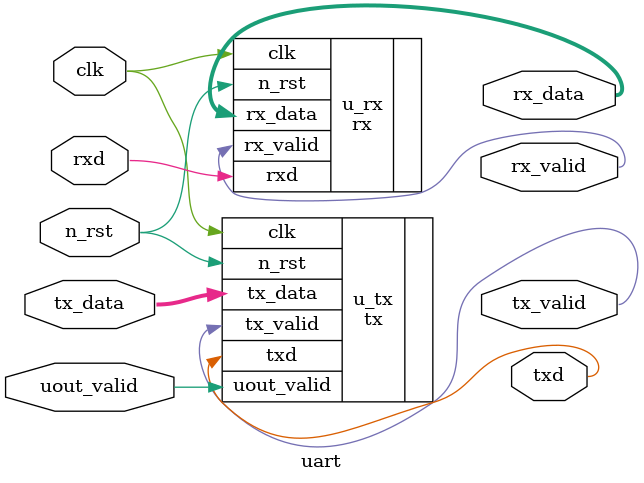
<source format=v>
module uart (
    clk,
    n_rst,
    rxd,
    rx_data,
    rx_valid,

    txd,
    tx_data,
    tx_valid,
    uout_valid
);

input clk;
input n_rst;

input rxd;

output [7:0] rx_data;
output rx_valid;

output txd;
output tx_valid;

input [7:0] tx_data;
input uout_valid;


rx u_rx(
    .clk(clk),
    .n_rst(n_rst),

    .rxd(rxd),
    .rx_data(rx_data),
    .rx_valid(rx_valid)    
);

tx u_tx (
    .clk(clk),
    .n_rst(n_rst), 

    .uout_valid(uout_valid),
    .txd(txd),
    .tx_data(tx_data),
    .tx_valid(tx_valid)
);


endmodule
</source>
